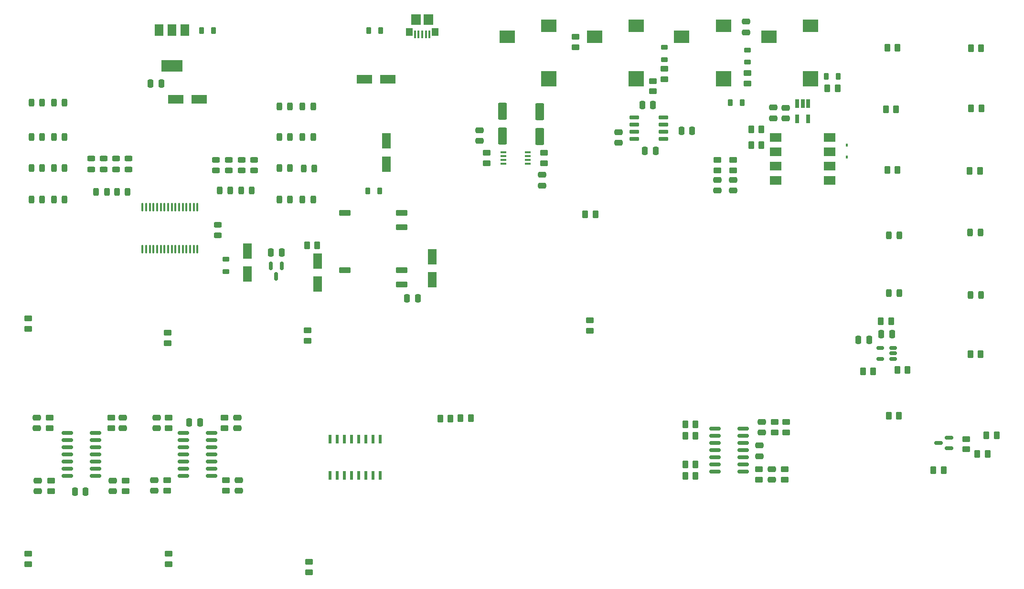
<source format=gbr>
%TF.GenerationSoftware,KiCad,Pcbnew,(6.0.10)*%
%TF.CreationDate,2023-02-06T20:53:37+00:00*%
%TF.ProjectId,fjol-desktop,666a6f6c-2d64-4657-936b-746f702e6b69,rev?*%
%TF.SameCoordinates,Original*%
%TF.FileFunction,Paste,Bot*%
%TF.FilePolarity,Positive*%
%FSLAX46Y46*%
G04 Gerber Fmt 4.6, Leading zero omitted, Abs format (unit mm)*
G04 Created by KiCad (PCBNEW (6.0.10)) date 2023-02-06 20:53:37*
%MOMM*%
%LPD*%
G01*
G04 APERTURE LIST*
G04 Aperture macros list*
%AMRoundRect*
0 Rectangle with rounded corners*
0 $1 Rounding radius*
0 $2 $3 $4 $5 $6 $7 $8 $9 X,Y pos of 4 corners*
0 Add a 4 corners polygon primitive as box body*
4,1,4,$2,$3,$4,$5,$6,$7,$8,$9,$2,$3,0*
0 Add four circle primitives for the rounded corners*
1,1,$1+$1,$2,$3*
1,1,$1+$1,$4,$5*
1,1,$1+$1,$6,$7*
1,1,$1+$1,$8,$9*
0 Add four rect primitives between the rounded corners*
20,1,$1+$1,$2,$3,$4,$5,0*
20,1,$1+$1,$4,$5,$6,$7,0*
20,1,$1+$1,$6,$7,$8,$9,0*
20,1,$1+$1,$8,$9,$2,$3,0*%
G04 Aperture macros list end*
%ADD10RoundRect,0.243750X-0.243750X-0.456250X0.243750X-0.456250X0.243750X0.456250X-0.243750X0.456250X0*%
%ADD11RoundRect,0.250000X-0.450000X0.262500X-0.450000X-0.262500X0.450000X-0.262500X0.450000X0.262500X0*%
%ADD12RoundRect,0.250000X0.475000X-0.250000X0.475000X0.250000X-0.475000X0.250000X-0.475000X-0.250000X0*%
%ADD13RoundRect,0.218750X-0.218750X-0.381250X0.218750X-0.381250X0.218750X0.381250X-0.218750X0.381250X0*%
%ADD14RoundRect,0.243750X-0.456250X0.243750X-0.456250X-0.243750X0.456250X-0.243750X0.456250X0.243750X0*%
%ADD15RoundRect,0.243750X0.243750X0.456250X-0.243750X0.456250X-0.243750X-0.456250X0.243750X-0.456250X0*%
%ADD16RoundRect,0.250000X0.550000X-1.250000X0.550000X1.250000X-0.550000X1.250000X-0.550000X-1.250000X0*%
%ADD17RoundRect,0.243750X0.456250X-0.243750X0.456250X0.243750X-0.456250X0.243750X-0.456250X-0.243750X0*%
%ADD18RoundRect,0.250000X0.550000X-1.137500X0.550000X1.137500X-0.550000X1.137500X-0.550000X-1.137500X0*%
%ADD19RoundRect,0.250000X-0.475000X0.250000X-0.475000X-0.250000X0.475000X-0.250000X0.475000X0.250000X0*%
%ADD20RoundRect,0.150000X0.587500X0.150000X-0.587500X0.150000X-0.587500X-0.150000X0.587500X-0.150000X0*%
%ADD21RoundRect,0.137500X-0.137500X0.662500X-0.137500X-0.662500X0.137500X-0.662500X0.137500X0.662500X0*%
%ADD22R,2.800000X2.200000*%
%ADD23R,2.800000X2.800000*%
%ADD24RoundRect,0.250000X0.262500X0.450000X-0.262500X0.450000X-0.262500X-0.450000X0.262500X-0.450000X0*%
%ADD25RoundRect,0.218750X0.218750X0.381250X-0.218750X0.381250X-0.218750X-0.381250X0.218750X-0.381250X0*%
%ADD26RoundRect,0.250000X0.450000X-0.262500X0.450000X0.262500X-0.450000X0.262500X-0.450000X-0.262500X0*%
%ADD27RoundRect,0.150000X0.512500X0.150000X-0.512500X0.150000X-0.512500X-0.150000X0.512500X-0.150000X0*%
%ADD28R,0.450000X0.600000*%
%ADD29RoundRect,0.250000X0.800000X0.250000X-0.800000X0.250000X-0.800000X-0.250000X0.800000X-0.250000X0*%
%ADD30R,2.000000X1.600000*%
%ADD31R,1.500000X2.000000*%
%ADD32R,3.800000X2.000000*%
%ADD33RoundRect,0.218750X-0.381250X0.218750X-0.381250X-0.218750X0.381250X-0.218750X0.381250X0.218750X0*%
%ADD34RoundRect,0.250000X-0.262500X-0.450000X0.262500X-0.450000X0.262500X0.450000X-0.262500X0.450000X0*%
%ADD35RoundRect,0.250000X-0.550000X1.137500X-0.550000X-1.137500X0.550000X-1.137500X0.550000X1.137500X0*%
%ADD36RoundRect,0.150000X-0.150000X0.587500X-0.150000X-0.587500X0.150000X-0.587500X0.150000X0.587500X0*%
%ADD37RoundRect,0.150000X0.825000X0.150000X-0.825000X0.150000X-0.825000X-0.150000X0.825000X-0.150000X0*%
%ADD38R,0.650000X1.560000*%
%ADD39RoundRect,0.218750X0.381250X-0.218750X0.381250X0.218750X-0.381250X0.218750X-0.381250X-0.218750X0*%
%ADD40RoundRect,0.250000X-0.250000X-0.475000X0.250000X-0.475000X0.250000X0.475000X-0.250000X0.475000X0*%
%ADD41R,1.100000X0.400000*%
%ADD42RoundRect,0.250000X-1.137500X-0.550000X1.137500X-0.550000X1.137500X0.550000X-1.137500X0.550000X0*%
%ADD43RoundRect,0.250000X0.250000X0.475000X-0.250000X0.475000X-0.250000X-0.475000X0.250000X-0.475000X0*%
%ADD44RoundRect,0.150000X0.725000X0.150000X-0.725000X0.150000X-0.725000X-0.150000X0.725000X-0.150000X0*%
%ADD45R,0.400000X1.400000*%
%ADD46R,1.750000X1.900000*%
%ADD47R,1.150000X1.450000*%
%ADD48RoundRect,0.100000X0.100000X-0.637500X0.100000X0.637500X-0.100000X0.637500X-0.100000X-0.637500X0*%
%ADD49RoundRect,0.150000X-0.825000X-0.150000X0.825000X-0.150000X0.825000X0.150000X-0.825000X0.150000X0*%
G04 APERTURE END LIST*
D10*
%TO.C,R72*%
X143862500Y-59700000D03*
X145737500Y-59700000D03*
%TD*%
D11*
%TO.C,R33*%
X99060000Y-114891500D03*
X99060000Y-116716500D03*
%TD*%
D12*
%TO.C,C34*%
X96902000Y-127930000D03*
X96902000Y-126030000D03*
%TD*%
%TO.C,C46*%
X222478600Y-46543000D03*
X222478600Y-44643000D03*
%TD*%
D13*
%TO.C,L3*%
X155579300Y-46228000D03*
X157704300Y-46228000D03*
%TD*%
D14*
%TO.C,R85*%
X113037500Y-68950000D03*
X113037500Y-70825000D03*
%TD*%
D15*
%TO.C,R52*%
X97662500Y-70650000D03*
X95787500Y-70650000D03*
%TD*%
D16*
%TO.C,C22*%
X179324000Y-64938000D03*
X179324000Y-60538000D03*
%TD*%
D10*
%TO.C,C52*%
X132962500Y-74625000D03*
X134837500Y-74625000D03*
%TD*%
D17*
%TO.C,R84*%
X110837500Y-70825000D03*
X110837500Y-68950000D03*
%TD*%
D18*
%TO.C,C2*%
X158724600Y-69905900D03*
X158724600Y-65780900D03*
%TD*%
D19*
%TO.C,C20*%
X186283600Y-71805800D03*
X186283600Y-73705800D03*
%TD*%
D10*
%TO.C,R65*%
X99812500Y-76175000D03*
X101687500Y-76175000D03*
%TD*%
D20*
%TO.C,Q1*%
X258493500Y-118430000D03*
X258493500Y-120330000D03*
X256618500Y-119380000D03*
%TD*%
D12*
%TO.C,C17*%
X229489000Y-61808400D03*
X229489000Y-59908400D03*
%TD*%
D21*
%TO.C,U8*%
X148717000Y-118670000D03*
X149987000Y-118670000D03*
X151257000Y-118670000D03*
X152527000Y-118670000D03*
X153797000Y-118670000D03*
X155067000Y-118670000D03*
X156337000Y-118670000D03*
X157607000Y-118670000D03*
X157607000Y-125170000D03*
X156337000Y-125170000D03*
X155067000Y-125170000D03*
X153797000Y-125170000D03*
X152527000Y-125170000D03*
X151257000Y-125170000D03*
X149987000Y-125170000D03*
X148717000Y-125170000D03*
%TD*%
D11*
%TO.C,R50*%
X222707200Y-53773700D03*
X222707200Y-55598700D03*
%TD*%
D22*
%TO.C,line1*%
X195603333Y-47350000D03*
X203003333Y-45350000D03*
D23*
X203003333Y-54750000D03*
%TD*%
D15*
%TO.C,R64*%
X97662500Y-76175000D03*
X95787500Y-76175000D03*
%TD*%
D24*
%TO.C,R40*%
X257528700Y-124231400D03*
X255703700Y-124231400D03*
%TD*%
D25*
%TO.C,L2*%
X157526500Y-74676000D03*
X155401500Y-74676000D03*
%TD*%
D11*
%TO.C,R38*%
X261543800Y-118670700D03*
X261543800Y-120495700D03*
%TD*%
D26*
%TO.C,R70*%
X224790000Y-125880500D03*
X224790000Y-124055500D03*
%TD*%
D10*
%TO.C,R73*%
X139762500Y-59700000D03*
X141637500Y-59700000D03*
%TD*%
D16*
%TO.C,C21*%
X185928000Y-65024000D03*
X185928000Y-60624000D03*
%TD*%
D12*
%TO.C,C33*%
X117602000Y-127884000D03*
X117602000Y-125984000D03*
%TD*%
D24*
%TO.C,R46*%
X213510500Y-125222000D03*
X211685500Y-125222000D03*
%TD*%
D11*
%TO.C,R54*%
X176530000Y-67921500D03*
X176530000Y-69746500D03*
%TD*%
%TO.C,R6*%
X205943200Y-55196100D03*
X205943200Y-57021100D03*
%TD*%
D27*
%TO.C,U13*%
X248533500Y-102551356D03*
X248533500Y-103501356D03*
X248533500Y-104451356D03*
X246258500Y-104451356D03*
X246258500Y-102551356D03*
%TD*%
D26*
%TO.C,R21*%
X99314000Y-127912500D03*
X99314000Y-126087500D03*
%TD*%
D28*
%TO.C,D3*%
X240309400Y-66539400D03*
X240309400Y-68639400D03*
%TD*%
D29*
%TO.C,U2*%
X161430000Y-78590000D03*
X161430000Y-81130000D03*
X161430000Y-88750000D03*
X161430000Y-91290000D03*
X151330000Y-88750000D03*
X151330000Y-78590000D03*
%TD*%
D30*
%TO.C,U3*%
X237307000Y-65151000D03*
X237307000Y-67691000D03*
X237307000Y-70231000D03*
X237307000Y-72771000D03*
X227767000Y-72771000D03*
X227767000Y-70231000D03*
X227767000Y-67691000D03*
X227767000Y-65151000D03*
%TD*%
D31*
%TO.C,U11*%
X118410000Y-46180000D03*
D32*
X120710000Y-52480000D03*
D31*
X120710000Y-46180000D03*
X123010000Y-46180000D03*
%TD*%
D15*
%TO.C,C51*%
X131062500Y-74625000D03*
X129187500Y-74625000D03*
%TD*%
D26*
%TO.C,R28*%
X119936318Y-101647000D03*
X119936318Y-99822000D03*
%TD*%
D11*
%TO.C,R15*%
X95250000Y-139041500D03*
X95250000Y-140866500D03*
%TD*%
D33*
%TO.C,L6*%
X130302000Y-86821500D03*
X130302000Y-88946500D03*
%TD*%
D10*
%TO.C,R74*%
X143862500Y-65075000D03*
X145737500Y-65075000D03*
%TD*%
D34*
%TO.C,R10*%
X247524900Y-70916800D03*
X249349900Y-70916800D03*
%TD*%
D11*
%TO.C,R8*%
X220218000Y-69191500D03*
X220218000Y-71016500D03*
%TD*%
D35*
%TO.C,C5*%
X134112000Y-85313500D03*
X134112000Y-89438500D03*
%TD*%
D10*
%TO.C,R76*%
X144056838Y-70719220D03*
X145931838Y-70719220D03*
%TD*%
D11*
%TO.C,R17*%
X120097170Y-139041500D03*
X120097170Y-140866500D03*
%TD*%
D24*
%TO.C,R48*%
X249578500Y-114554000D03*
X247753500Y-114554000D03*
%TD*%
D12*
%TO.C,C14*%
X220218000Y-74610000D03*
X220218000Y-72710000D03*
%TD*%
D34*
%TO.C,R42*%
X171858300Y-115011200D03*
X173683300Y-115011200D03*
%TD*%
D36*
%TO.C,U4*%
X138242000Y-87962500D03*
X140142000Y-87962500D03*
X139192000Y-89837500D03*
%TD*%
D37*
%TO.C,U10*%
X127697000Y-117602000D03*
X127697000Y-118872000D03*
X127697000Y-120142000D03*
X127697000Y-121412000D03*
X127697000Y-122682000D03*
X127697000Y-123952000D03*
X127697000Y-125222000D03*
X122747000Y-125222000D03*
X122747000Y-123952000D03*
X122747000Y-122682000D03*
X122747000Y-121412000D03*
X122747000Y-120142000D03*
X122747000Y-118872000D03*
X122747000Y-117602000D03*
%TD*%
D11*
%TO.C,R34*%
X109982000Y-114891500D03*
X109982000Y-116716500D03*
%TD*%
D18*
%TO.C,C6*%
X166878000Y-90454500D03*
X166878000Y-86329500D03*
%TD*%
D17*
%TO.C,R83*%
X108637500Y-70825000D03*
X108637500Y-68950000D03*
%TD*%
D24*
%TO.C,R56*%
X251102500Y-106426000D03*
X249277500Y-106426000D03*
%TD*%
D38*
%TO.C,IC1*%
X231561600Y-59203600D03*
X232511600Y-59203600D03*
X233461600Y-59203600D03*
X233461600Y-61903600D03*
X231561600Y-61903600D03*
%TD*%
D34*
%TO.C,R16*%
X262333100Y-49352200D03*
X264158100Y-49352200D03*
%TD*%
D39*
%TO.C,L11*%
X222732600Y-51811700D03*
X222732600Y-49686700D03*
%TD*%
D34*
%TO.C,R3*%
X223369500Y-63754000D03*
X225194500Y-63754000D03*
%TD*%
D10*
%TO.C,R69*%
X247781600Y-82550000D03*
X249656600Y-82550000D03*
%TD*%
D26*
%TO.C,R68*%
X229616000Y-117478500D03*
X229616000Y-115653500D03*
%TD*%
D24*
%TO.C,R45*%
X213510500Y-116078000D03*
X211685500Y-116078000D03*
%TD*%
D14*
%TO.C,R89*%
X135287500Y-69200000D03*
X135287500Y-71075000D03*
%TD*%
D26*
%TO.C,R20*%
X119888000Y-127826500D03*
X119888000Y-126001500D03*
%TD*%
D24*
%TO.C,R25*%
X195806700Y-78841600D03*
X193981700Y-78841600D03*
%TD*%
D13*
%TO.C,L12*%
X125937500Y-46228000D03*
X128062500Y-46228000D03*
%TD*%
D34*
%TO.C,R18*%
X262358500Y-59994800D03*
X264183500Y-59994800D03*
%TD*%
D10*
%TO.C,R75*%
X139762500Y-65075000D03*
X141637500Y-65075000D03*
%TD*%
D11*
%TO.C,R31*%
X120142000Y-114891500D03*
X120142000Y-116716500D03*
%TD*%
D12*
%TO.C,C1*%
X175260000Y-65786000D03*
X175260000Y-63886000D03*
%TD*%
D24*
%TO.C,R51*%
X238707300Y-56438800D03*
X236882300Y-56438800D03*
%TD*%
D40*
%TO.C,C16*%
X204536000Y-67564000D03*
X206436000Y-67564000D03*
%TD*%
D10*
%TO.C,R67*%
X262206500Y-82042000D03*
X264081500Y-82042000D03*
%TD*%
D11*
%TO.C,R9*%
X217424000Y-69191500D03*
X217424000Y-71016500D03*
%TD*%
D26*
%TO.C,R11*%
X144780000Y-101242500D03*
X144780000Y-99417500D03*
%TD*%
D41*
%TO.C,U5*%
X183760000Y-67859000D03*
X183760000Y-68509000D03*
X183760000Y-69159000D03*
X183760000Y-69809000D03*
X179460000Y-69809000D03*
X179460000Y-69159000D03*
X179460000Y-68509000D03*
X179460000Y-67859000D03*
%TD*%
D25*
%TO.C,L8*%
X221792800Y-59029600D03*
X219667800Y-59029600D03*
%TD*%
D42*
%TO.C,C44*%
X121381500Y-58420000D03*
X125506500Y-58420000D03*
%TD*%
D19*
%TO.C,C38*%
X118000000Y-114874000D03*
X118000000Y-116774000D03*
%TD*%
D24*
%TO.C,R39*%
X213510500Y-118110000D03*
X211685500Y-118110000D03*
%TD*%
D43*
%TO.C,C37*%
X125689400Y-115697000D03*
X123789400Y-115697000D03*
%TD*%
D34*
%TO.C,R27*%
X247523000Y-49301400D03*
X249348000Y-49301400D03*
%TD*%
D11*
%TO.C,R32*%
X130048000Y-114891500D03*
X130048000Y-116716500D03*
%TD*%
%TO.C,R71*%
X227584000Y-115653500D03*
X227584000Y-117478500D03*
%TD*%
D10*
%TO.C,R78*%
X143862500Y-76175000D03*
X145737500Y-76175000D03*
%TD*%
D22*
%TO.C,headphone1*%
X180140000Y-47350000D03*
X187540000Y-45350000D03*
D23*
X187540000Y-54750000D03*
%TD*%
D24*
%TO.C,R43*%
X170076500Y-115036600D03*
X168251500Y-115036600D03*
%TD*%
D44*
%TO.C,U6*%
X207807000Y-61595000D03*
X207807000Y-62865000D03*
X207807000Y-64135000D03*
X207807000Y-65405000D03*
X202657000Y-65405000D03*
X202657000Y-64135000D03*
X202657000Y-62865000D03*
X202657000Y-61595000D03*
%TD*%
D19*
%TO.C,C41*%
X96774000Y-114874000D03*
X96774000Y-116774000D03*
%TD*%
D45*
%TO.C,J1*%
X163774600Y-46890600D03*
X164424600Y-46890600D03*
X165074600Y-46890600D03*
X165724600Y-46890600D03*
X166374600Y-46890600D03*
D46*
X166199600Y-44240600D03*
D47*
X167394600Y-46470600D03*
D46*
X163949600Y-44240600D03*
D47*
X162754600Y-46470600D03*
%TD*%
D12*
%TO.C,C18*%
X217424000Y-74610000D03*
X217424000Y-72710000D03*
%TD*%
D39*
%TO.C,L9*%
X208026000Y-51354500D03*
X208026000Y-49229500D03*
%TD*%
D11*
%TO.C,R49*%
X186690000Y-67921500D03*
X186690000Y-69746500D03*
%TD*%
D10*
%TO.C,R53*%
X99812500Y-70650000D03*
X101687500Y-70650000D03*
%TD*%
D34*
%TO.C,R57*%
X246380000Y-97790000D03*
X248205000Y-97790000D03*
%TD*%
D48*
%TO.C,U12*%
X125231338Y-84998120D03*
X124581338Y-84998120D03*
X123931338Y-84998120D03*
X123281338Y-84998120D03*
X122631338Y-84998120D03*
X121981338Y-84998120D03*
X121331338Y-84998120D03*
X120681338Y-84998120D03*
X120031338Y-84998120D03*
X119381338Y-84998120D03*
X118731338Y-84998120D03*
X118081338Y-84998120D03*
X117431338Y-84998120D03*
X116781338Y-84998120D03*
X116131338Y-84998120D03*
X115481338Y-84998120D03*
X115481338Y-77573120D03*
X116131338Y-77573120D03*
X116781338Y-77573120D03*
X117431338Y-77573120D03*
X118081338Y-77573120D03*
X118731338Y-77573120D03*
X119381338Y-77573120D03*
X120031338Y-77573120D03*
X120681338Y-77573120D03*
X121331338Y-77573120D03*
X121981338Y-77573120D03*
X122631338Y-77573120D03*
X123281338Y-77573120D03*
X123931338Y-77573120D03*
X124581338Y-77573120D03*
X125231338Y-77573120D03*
%TD*%
D25*
%TO.C,L10*%
X238857300Y-54381400D03*
X236732300Y-54381400D03*
%TD*%
D15*
%TO.C,R30*%
X97662500Y-58975000D03*
X95787500Y-58975000D03*
%TD*%
D19*
%TO.C,C40*%
X132334000Y-114874000D03*
X132334000Y-116774000D03*
%TD*%
D10*
%TO.C,C43*%
X110937500Y-74875000D03*
X112812500Y-74875000D03*
%TD*%
D43*
%TO.C,C19*%
X164297400Y-93726000D03*
X162397400Y-93726000D03*
%TD*%
D26*
%TO.C,R26*%
X95250000Y-99107000D03*
X95250000Y-97282000D03*
%TD*%
D17*
%TO.C,R88*%
X133037500Y-71075000D03*
X133037500Y-69200000D03*
%TD*%
D10*
%TO.C,R14*%
X262234200Y-93116400D03*
X264109200Y-93116400D03*
%TD*%
D12*
%TO.C,C35*%
X110236000Y-127950000D03*
X110236000Y-126050000D03*
%TD*%
D18*
%TO.C,C7*%
X146558000Y-91216500D03*
X146558000Y-87091500D03*
%TD*%
D19*
%TO.C,C31*%
X199898000Y-64262000D03*
X199898000Y-66162000D03*
%TD*%
D24*
%TO.C,R41*%
X266912500Y-118000000D03*
X265087500Y-118000000D03*
%TD*%
D34*
%TO.C,R29*%
X247245500Y-60198000D03*
X249070500Y-60198000D03*
%TD*%
D10*
%TO.C,R79*%
X139762500Y-76175000D03*
X141637500Y-76175000D03*
%TD*%
D34*
%TO.C,R55*%
X243181500Y-106680000D03*
X245006500Y-106680000D03*
%TD*%
D11*
%TO.C,R13*%
X145034000Y-140462000D03*
X145034000Y-142287000D03*
%TD*%
D10*
%TO.C,R12*%
X247756200Y-92811600D03*
X249631200Y-92811600D03*
%TD*%
D11*
%TO.C,R7*%
X192278000Y-47347500D03*
X192278000Y-49172500D03*
%TD*%
D34*
%TO.C,R24*%
X262128000Y-71089200D03*
X263953000Y-71089200D03*
%TD*%
D24*
%TO.C,R4*%
X225194500Y-66548000D03*
X223369500Y-66548000D03*
%TD*%
D49*
%TO.C,U9*%
X102199000Y-125222000D03*
X102199000Y-123952000D03*
X102199000Y-122682000D03*
X102199000Y-121412000D03*
X102199000Y-120142000D03*
X102199000Y-118872000D03*
X102199000Y-117602000D03*
X107149000Y-117602000D03*
X107149000Y-118872000D03*
X107149000Y-120142000D03*
X107149000Y-121412000D03*
X107149000Y-122682000D03*
X107149000Y-123952000D03*
X107149000Y-125222000D03*
%TD*%
D34*
%TO.C,R5*%
X263476100Y-121335800D03*
X265301100Y-121335800D03*
%TD*%
D43*
%TO.C,C13*%
X118806000Y-55626000D03*
X116906000Y-55626000D03*
%TD*%
D14*
%TO.C,C45*%
X128839938Y-80652920D03*
X128839938Y-82527920D03*
%TD*%
D24*
%TO.C,R47*%
X264056500Y-103632000D03*
X262231500Y-103632000D03*
%TD*%
D19*
%TO.C,C42*%
X112014000Y-114874000D03*
X112014000Y-116774000D03*
%TD*%
D12*
%TO.C,C8*%
X227076000Y-125918000D03*
X227076000Y-124018000D03*
%TD*%
D43*
%TO.C,C4*%
X140142000Y-85598000D03*
X138242000Y-85598000D03*
%TD*%
D11*
%TO.C,R66*%
X229362000Y-124055500D03*
X229362000Y-125880500D03*
%TD*%
D19*
%TO.C,C9*%
X225298000Y-115636000D03*
X225298000Y-117536000D03*
%TD*%
D22*
%TO.C,midi-thru1*%
X226530000Y-47350000D03*
X233930000Y-45350000D03*
D23*
X233930000Y-54750000D03*
%TD*%
D15*
%TO.C,R35*%
X101687500Y-58975000D03*
X99812500Y-58975000D03*
%TD*%
D26*
%TO.C,R23*%
X194818000Y-99464500D03*
X194818000Y-97639500D03*
%TD*%
D15*
%TO.C,C39*%
X109162500Y-74875000D03*
X107287500Y-74875000D03*
%TD*%
D40*
%TO.C,C15*%
X204094000Y-59436000D03*
X205994000Y-59436000D03*
%TD*%
D10*
%TO.C,R77*%
X139762500Y-70650000D03*
X141637500Y-70650000D03*
%TD*%
D26*
%TO.C,R19*%
X130302000Y-127826500D03*
X130302000Y-126001500D03*
%TD*%
D17*
%TO.C,R82*%
X106437500Y-70825000D03*
X106437500Y-68950000D03*
%TD*%
D22*
%TO.C,midi-i1*%
X211066666Y-47350000D03*
X218466666Y-45350000D03*
D23*
X218466666Y-54750000D03*
%TD*%
D24*
%TO.C,R44*%
X213510500Y-123190000D03*
X211685500Y-123190000D03*
%TD*%
D12*
%TO.C,C12*%
X224840800Y-121727000D03*
X224840800Y-119827000D03*
%TD*%
D17*
%TO.C,R87*%
X130787500Y-71075000D03*
X130787500Y-69200000D03*
%TD*%
D15*
%TO.C,R37*%
X101687500Y-65075000D03*
X99812500Y-65075000D03*
%TD*%
D43*
%TO.C,C23*%
X248346000Y-100076000D03*
X246446000Y-100076000D03*
%TD*%
D26*
%TO.C,R22*%
X112522000Y-127892500D03*
X112522000Y-126067500D03*
%TD*%
D37*
%TO.C,U7*%
X221931000Y-116840000D03*
X221931000Y-118110000D03*
X221931000Y-119380000D03*
X221931000Y-120650000D03*
X221931000Y-121920000D03*
X221931000Y-123190000D03*
X221931000Y-124460000D03*
X216981000Y-124460000D03*
X216981000Y-123190000D03*
X216981000Y-121920000D03*
X216981000Y-120650000D03*
X216981000Y-119380000D03*
X216981000Y-118110000D03*
X216981000Y-116840000D03*
%TD*%
D12*
%TO.C,C32*%
X132588000Y-127884000D03*
X132588000Y-125984000D03*
%TD*%
D15*
%TO.C,R36*%
X97662500Y-65075000D03*
X95787500Y-65075000D03*
%TD*%
D42*
%TO.C,C10*%
X154858700Y-54889400D03*
X158983700Y-54889400D03*
%TD*%
D43*
%TO.C,C24*%
X244282000Y-101092000D03*
X242382000Y-101092000D03*
%TD*%
D26*
%TO.C,R1*%
X207975200Y-54836700D03*
X207975200Y-53011700D03*
%TD*%
D43*
%TO.C,C30*%
X212950000Y-64000000D03*
X211050000Y-64000000D03*
%TD*%
D17*
%TO.C,R86*%
X128537500Y-71075000D03*
X128537500Y-69200000D03*
%TD*%
D12*
%TO.C,C3*%
X227330000Y-61783000D03*
X227330000Y-59883000D03*
%TD*%
D24*
%TO.C,R2*%
X146454500Y-84328000D03*
X144629500Y-84328000D03*
%TD*%
D43*
%TO.C,C11*%
X105410000Y-128016000D03*
X103510000Y-128016000D03*
%TD*%
M02*

</source>
